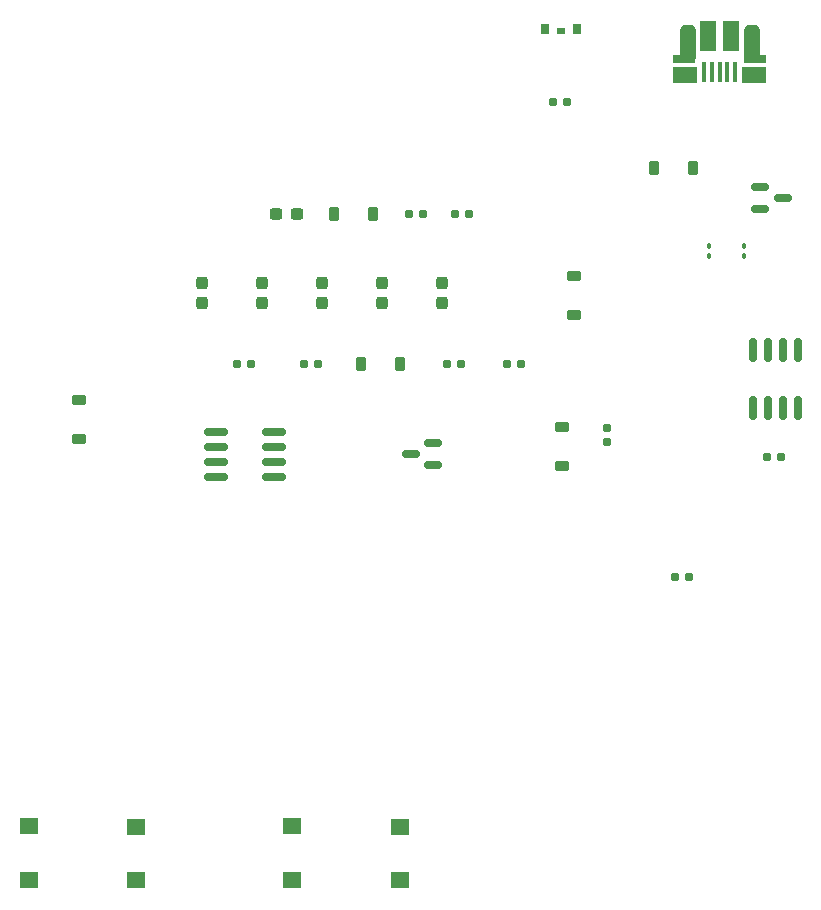
<source format=gbr>
%TF.GenerationSoftware,KiCad,Pcbnew,7.0.2*%
%TF.CreationDate,2024-01-05T23:58:43-08:00*%
%TF.ProjectId,MK_KS,4d4b5f4b-532e-46b6-9963-61645f706362,1.0*%
%TF.SameCoordinates,Original*%
%TF.FileFunction,Paste,Top*%
%TF.FilePolarity,Positive*%
%FSLAX46Y46*%
G04 Gerber Fmt 4.6, Leading zero omitted, Abs format (unit mm)*
G04 Created by KiCad (PCBNEW 7.0.2) date 2024-01-05 23:58:43*
%MOMM*%
%LPD*%
G01*
G04 APERTURE LIST*
G04 Aperture macros list*
%AMRoundRect*
0 Rectangle with rounded corners*
0 $1 Rounding radius*
0 $2 $3 $4 $5 $6 $7 $8 $9 X,Y pos of 4 corners*
0 Add a 4 corners polygon primitive as box body*
4,1,4,$2,$3,$4,$5,$6,$7,$8,$9,$2,$3,0*
0 Add four circle primitives for the rounded corners*
1,1,$1+$1,$2,$3*
1,1,$1+$1,$4,$5*
1,1,$1+$1,$6,$7*
1,1,$1+$1,$8,$9*
0 Add four rect primitives between the rounded corners*
20,1,$1+$1,$2,$3,$4,$5,0*
20,1,$1+$1,$4,$5,$6,$7,0*
20,1,$1+$1,$6,$7,$8,$9,0*
20,1,$1+$1,$8,$9,$2,$3,0*%
G04 Aperture macros list end*
%ADD10RoundRect,0.225000X-0.375000X0.225000X-0.375000X-0.225000X0.375000X-0.225000X0.375000X0.225000X0*%
%ADD11RoundRect,0.237500X0.237500X-0.300000X0.237500X0.300000X-0.237500X0.300000X-0.237500X-0.300000X0*%
%ADD12RoundRect,0.090000X-0.090000X0.139000X-0.090000X-0.139000X0.090000X-0.139000X0.090000X0.139000X0*%
%ADD13RoundRect,0.160000X-0.197500X-0.160000X0.197500X-0.160000X0.197500X0.160000X-0.197500X0.160000X0*%
%ADD14RoundRect,0.225000X-0.225000X-0.375000X0.225000X-0.375000X0.225000X0.375000X-0.225000X0.375000X0*%
%ADD15RoundRect,0.160000X0.197500X0.160000X-0.197500X0.160000X-0.197500X-0.160000X0.197500X-0.160000X0*%
%ADD16RoundRect,0.237500X-0.300000X-0.237500X0.300000X-0.237500X0.300000X0.237500X-0.300000X0.237500X0*%
%ADD17RoundRect,0.150000X-0.150000X0.825000X-0.150000X-0.825000X0.150000X-0.825000X0.150000X0.825000X0*%
%ADD18RoundRect,0.150000X-0.587500X-0.150000X0.587500X-0.150000X0.587500X0.150000X-0.587500X0.150000X0*%
%ADD19R,0.710000X0.900000*%
%ADD20R,0.800000X0.600000*%
%ADD21RoundRect,0.160000X0.160000X-0.197500X0.160000X0.197500X-0.160000X0.197500X-0.160000X-0.197500X0*%
%ADD22R,1.600000X1.400000*%
%ADD23RoundRect,0.150000X0.587500X0.150000X-0.587500X0.150000X-0.587500X-0.150000X0.587500X-0.150000X0*%
%ADD24R,0.400000X1.750000*%
%ADD25R,1.825000X0.700000*%
%ADD26R,2.000000X1.460000*%
%ADD27RoundRect,0.384800X0.265200X1.240200X-0.265200X1.240200X-0.265200X-1.240200X0.265200X-1.240200X0*%
%ADD28R,1.425000X2.500000*%
%ADD29RoundRect,0.225000X0.375000X-0.225000X0.375000X0.225000X-0.375000X0.225000X-0.375000X-0.225000X0*%
%ADD30RoundRect,0.150000X0.825000X0.150000X-0.825000X0.150000X-0.825000X-0.150000X0.825000X-0.150000X0*%
G04 APERTURE END LIST*
D10*
%TO.C,D7*%
X79019400Y-125782800D03*
X79019400Y-129082800D03*
%TD*%
D11*
%TO.C,C7*%
X99594400Y-117587800D03*
X99594400Y-115862800D03*
%TD*%
D12*
%TO.C,C2*%
X135331200Y-112749200D03*
X135331200Y-113614200D03*
%TD*%
D11*
%TO.C,C5*%
X89434400Y-117587800D03*
X89434400Y-115862800D03*
%TD*%
D12*
%TO.C,C1*%
X132308600Y-112724500D03*
X132308600Y-113589500D03*
%TD*%
D13*
%TO.C,R3*%
X137248300Y-130606800D03*
X138443300Y-130606800D03*
%TD*%
D14*
%TO.C,D3*%
X100609400Y-110032800D03*
X103909400Y-110032800D03*
%TD*%
%TO.C,D1*%
X127653000Y-106148200D03*
X130953000Y-106148200D03*
%TD*%
D15*
%TO.C,R9*%
X116421900Y-122732800D03*
X115226900Y-122732800D03*
%TD*%
D16*
%TO.C,C4*%
X95706900Y-110032800D03*
X97431900Y-110032800D03*
%TD*%
D17*
%TO.C,U3*%
X139852400Y-121527800D03*
X138582400Y-121527800D03*
X137312400Y-121527800D03*
X136042400Y-121527800D03*
X136042400Y-126477800D03*
X137312400Y-126477800D03*
X138582400Y-126477800D03*
X139852400Y-126477800D03*
%TD*%
D14*
%TO.C,D8*%
X102899400Y-122732800D03*
X106199400Y-122732800D03*
%TD*%
D18*
%TO.C,U1*%
X136698000Y-107738200D03*
X136698000Y-109638200D03*
X138573000Y-108688200D03*
%TD*%
D19*
%TO.C,LED1*%
X118436400Y-94388800D03*
X121136400Y-94388800D03*
D20*
X119786400Y-94538800D03*
%TD*%
D15*
%TO.C,R2*%
X130670900Y-140766800D03*
X129475900Y-140766800D03*
%TD*%
D13*
%TO.C,R1*%
X106959400Y-110032800D03*
X108154400Y-110032800D03*
%TD*%
%TO.C,R10*%
X110806900Y-110032800D03*
X112001900Y-110032800D03*
%TD*%
%TO.C,R8*%
X110146900Y-122732800D03*
X111341900Y-122732800D03*
%TD*%
D21*
%TO.C,R4*%
X123723400Y-129320300D03*
X123723400Y-128125300D03*
%TD*%
D13*
%TO.C,R7*%
X119099400Y-100507800D03*
X120294400Y-100507800D03*
%TD*%
D22*
%TO.C,SW3*%
X97053400Y-161884800D03*
X106153400Y-161920800D03*
X97053400Y-166384800D03*
X106153400Y-166420800D03*
%TD*%
D11*
%TO.C,C6*%
X94514400Y-117587800D03*
X94514400Y-115862800D03*
%TD*%
D22*
%TO.C,SW2*%
X74773400Y-161884800D03*
X83873400Y-161920800D03*
X74773400Y-166384800D03*
X83873400Y-166420800D03*
%TD*%
D23*
%TO.C,Q3*%
X108964400Y-131302800D03*
X108964400Y-129402800D03*
X107089400Y-130352800D03*
%TD*%
D13*
%TO.C,R6*%
X98081900Y-122732800D03*
X99276900Y-122732800D03*
%TD*%
D15*
%TO.C,R5*%
X93561900Y-122732800D03*
X92366900Y-122732800D03*
%TD*%
D24*
%TO.C,J1*%
X134553000Y-98036800D03*
X133903000Y-98036800D03*
X133253000Y-98036800D03*
X132603000Y-98036800D03*
X131953000Y-98036800D03*
D25*
X136240500Y-96911800D03*
D26*
X136153000Y-98241800D03*
D27*
X135978000Y-95636800D03*
D28*
X134215500Y-94961800D03*
X132290500Y-94961800D03*
D27*
X130528000Y-95636800D03*
D26*
X130353000Y-98241800D03*
D25*
X130265500Y-96911800D03*
%TD*%
D11*
%TO.C,C8*%
X104674400Y-117587800D03*
X104674400Y-115862800D03*
%TD*%
D29*
%TO.C,D6*%
X119913400Y-131388800D03*
X119913400Y-128088800D03*
%TD*%
%TO.C,D5*%
X120878600Y-118541800D03*
X120878600Y-115241800D03*
%TD*%
D30*
%TO.C,U4*%
X95529400Y-132257800D03*
X95529400Y-130987800D03*
X95529400Y-129717800D03*
X95529400Y-128447800D03*
X90579400Y-128447800D03*
X90579400Y-129717800D03*
X90579400Y-130987800D03*
X90579400Y-132257800D03*
%TD*%
D11*
%TO.C,C9*%
X109754400Y-117587800D03*
X109754400Y-115862800D03*
%TD*%
M02*

</source>
